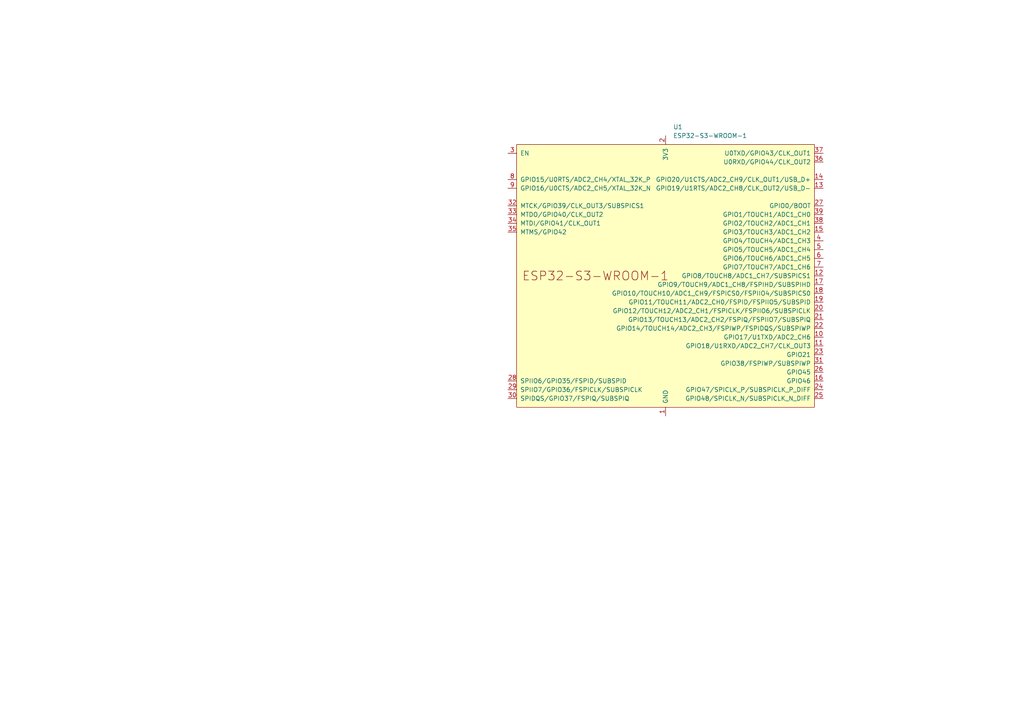
<source format=kicad_sch>
(kicad_sch
	(version 20231120)
	(generator "eeschema")
	(generator_version "8.0")
	(uuid "1a802658-94e8-4dd0-b365-40d4a0631c60")
	(paper "A4")
	(lib_symbols
		(symbol "Espressif:ESP32-S3-WROOM-1"
			(pin_names
				(offset 1.016)
			)
			(exclude_from_sim no)
			(in_bom yes)
			(on_board yes)
			(property "Reference" "U"
				(at -43.18 43.18 0)
				(effects
					(font
						(size 1.27 1.27)
					)
					(justify left)
				)
			)
			(property "Value" "ESP32-S3-WROOM-1"
				(at -43.18 40.64 0)
				(effects
					(font
						(size 1.27 1.27)
					)
					(justify left)
				)
			)
			(property "Footprint" "PCM_Espressif:ESP32-S3-WROOM-1"
				(at 2.54 -48.26 0)
				(effects
					(font
						(size 1.27 1.27)
					)
					(hide yes)
				)
			)
			(property "Datasheet" "https://www.espressif.com/sites/default/files/documentation/esp32-s3-wroom-1_wroom-1u_datasheet_en.pdf"
				(at 2.54 -50.8 0)
				(effects
					(font
						(size 1.27 1.27)
					)
					(hide yes)
				)
			)
			(property "Description" "2.4 GHz WiFi (802.11 b/g/n) and Bluetooth ® 5 (LE) module Built around ESP32S3 series of SoCs, Xtensa ® dualcore 32bit LX7 microprocessor Flash up to 16 MB, PSRAM up to 8 MB 36 GPIOs, rich set of peripherals Onboard PCB antenna"
				(at 0 0 0)
				(effects
					(font
						(size 1.27 1.27)
					)
					(hide yes)
				)
			)
			(symbol "ESP32-S3-WROOM-1_0_0"
				(text "ESP32-S3-WROOM-1"
					(at -20.32 0 0)
					(effects
						(font
							(size 2.54 2.54)
						)
					)
				)
				(pin power_in line
					(at 0 -40.64 90)
					(length 2.54)
					(name "GND"
						(effects
							(font
								(size 1.27 1.27)
							)
						)
					)
					(number "1"
						(effects
							(font
								(size 1.27 1.27)
							)
						)
					)
				)
				(pin bidirectional line
					(at 45.72 -17.78 180)
					(length 2.54)
					(name "GPIO17/U1TXD/ADC2_CH6"
						(effects
							(font
								(size 1.27 1.27)
							)
						)
					)
					(number "10"
						(effects
							(font
								(size 1.27 1.27)
							)
						)
					)
				)
				(pin bidirectional line
					(at 45.72 -20.32 180)
					(length 2.54)
					(name "GPIO18/U1RXD/ADC2_CH7/CLK_OUT3"
						(effects
							(font
								(size 1.27 1.27)
							)
						)
					)
					(number "11"
						(effects
							(font
								(size 1.27 1.27)
							)
						)
					)
				)
				(pin bidirectional line
					(at 45.72 0 180)
					(length 2.54)
					(name "GPIO8/TOUCH8/ADC1_CH7/SUBSPICS1"
						(effects
							(font
								(size 1.27 1.27)
							)
						)
					)
					(number "12"
						(effects
							(font
								(size 1.27 1.27)
							)
						)
					)
				)
				(pin bidirectional line
					(at 45.72 25.4 180)
					(length 2.54)
					(name "GPIO19/U1RTS/ADC2_CH8/CLK_OUT2/USB_D-"
						(effects
							(font
								(size 1.27 1.27)
							)
						)
					)
					(number "13"
						(effects
							(font
								(size 1.27 1.27)
							)
						)
					)
				)
				(pin bidirectional line
					(at 45.72 27.94 180)
					(length 2.54)
					(name "GPIO20/U1CTS/ADC2_CH9/CLK_OUT1/USB_D+"
						(effects
							(font
								(size 1.27 1.27)
							)
						)
					)
					(number "14"
						(effects
							(font
								(size 1.27 1.27)
							)
						)
					)
				)
				(pin bidirectional line
					(at 45.72 12.7 180)
					(length 2.54)
					(name "GPIO3/TOUCH3/ADC1_CH2"
						(effects
							(font
								(size 1.27 1.27)
							)
						)
					)
					(number "15"
						(effects
							(font
								(size 1.27 1.27)
							)
						)
					)
				)
				(pin bidirectional line
					(at 45.72 -30.48 180)
					(length 2.54)
					(name "GPIO46"
						(effects
							(font
								(size 1.27 1.27)
							)
						)
					)
					(number "16"
						(effects
							(font
								(size 1.27 1.27)
							)
						)
					)
				)
				(pin bidirectional line
					(at 45.72 -2.54 180)
					(length 2.54)
					(name "GPIO9/TOUCH9/ADC1_CH8/FSPIHD/SUBSPIHD"
						(effects
							(font
								(size 1.27 1.27)
							)
						)
					)
					(number "17"
						(effects
							(font
								(size 1.27 1.27)
							)
						)
					)
				)
				(pin bidirectional line
					(at 45.72 -5.08 180)
					(length 2.54)
					(name "GPIO10/TOUCH10/ADC1_CH9/FSPICS0/FSPIIO4/SUBSPICS0"
						(effects
							(font
								(size 1.27 1.27)
							)
						)
					)
					(number "18"
						(effects
							(font
								(size 1.27 1.27)
							)
						)
					)
				)
				(pin bidirectional line
					(at 45.72 -7.62 180)
					(length 2.54)
					(name "GPIO11/TOUCH11/ADC2_CH0/FSPID/FSPIIO5/SUBSPID"
						(effects
							(font
								(size 1.27 1.27)
							)
						)
					)
					(number "19"
						(effects
							(font
								(size 1.27 1.27)
							)
						)
					)
				)
				(pin power_in line
					(at 0 40.64 270)
					(length 2.54)
					(name "3V3"
						(effects
							(font
								(size 1.27 1.27)
							)
						)
					)
					(number "2"
						(effects
							(font
								(size 1.27 1.27)
							)
						)
					)
				)
				(pin bidirectional line
					(at 45.72 -10.16 180)
					(length 2.54)
					(name "GPIO12/TOUCH12/ADC2_CH1/FSPICLK/FSPIIO6/SUBSPICLK"
						(effects
							(font
								(size 1.27 1.27)
							)
						)
					)
					(number "20"
						(effects
							(font
								(size 1.27 1.27)
							)
						)
					)
				)
				(pin bidirectional line
					(at 45.72 -12.7 180)
					(length 2.54)
					(name "GPIO13/TOUCH13/ADC2_CH2/FSPIQ/FSPIIO7/SUBSPIQ"
						(effects
							(font
								(size 1.27 1.27)
							)
						)
					)
					(number "21"
						(effects
							(font
								(size 1.27 1.27)
							)
						)
					)
				)
				(pin bidirectional line
					(at 45.72 -15.24 180)
					(length 2.54)
					(name "GPIO14/TOUCH14/ADC2_CH3/FSPIWP/FSPIDQS/SUBSPIWP"
						(effects
							(font
								(size 1.27 1.27)
							)
						)
					)
					(number "22"
						(effects
							(font
								(size 1.27 1.27)
							)
						)
					)
				)
				(pin bidirectional line
					(at 45.72 -22.86 180)
					(length 2.54)
					(name "GPIO21"
						(effects
							(font
								(size 1.27 1.27)
							)
						)
					)
					(number "23"
						(effects
							(font
								(size 1.27 1.27)
							)
						)
					)
				)
				(pin bidirectional line
					(at 45.72 -33.02 180)
					(length 2.54)
					(name "GPIO47/SPICLK_P/SUBSPICLK_P_DIFF"
						(effects
							(font
								(size 1.27 1.27)
							)
						)
					)
					(number "24"
						(effects
							(font
								(size 1.27 1.27)
							)
						)
					)
				)
				(pin bidirectional line
					(at 45.72 -35.56 180)
					(length 2.54)
					(name "GPIO48/SPICLK_N/SUBSPICLK_N_DIFF"
						(effects
							(font
								(size 1.27 1.27)
							)
						)
					)
					(number "25"
						(effects
							(font
								(size 1.27 1.27)
							)
						)
					)
				)
				(pin bidirectional line
					(at 45.72 -27.94 180)
					(length 2.54)
					(name "GPIO45"
						(effects
							(font
								(size 1.27 1.27)
							)
						)
					)
					(number "26"
						(effects
							(font
								(size 1.27 1.27)
							)
						)
					)
				)
				(pin bidirectional line
					(at 45.72 20.32 180)
					(length 2.54)
					(name "GPIO0/BOOT"
						(effects
							(font
								(size 1.27 1.27)
							)
						)
					)
					(number "27"
						(effects
							(font
								(size 1.27 1.27)
							)
						)
					)
				)
				(pin bidirectional line
					(at -45.72 -30.48 0)
					(length 2.54)
					(name "SPIIO6/GPIO35/FSPID/SUBSPID"
						(effects
							(font
								(size 1.27 1.27)
							)
						)
					)
					(number "28"
						(effects
							(font
								(size 1.27 1.27)
							)
						)
					)
				)
				(pin bidirectional line
					(at -45.72 -33.02 0)
					(length 2.54)
					(name "SPIIO7/GPIO36/FSPICLK/SUBSPICLK"
						(effects
							(font
								(size 1.27 1.27)
							)
						)
					)
					(number "29"
						(effects
							(font
								(size 1.27 1.27)
							)
						)
					)
				)
				(pin input line
					(at -45.72 35.56 0)
					(length 2.54)
					(name "EN"
						(effects
							(font
								(size 1.27 1.27)
							)
						)
					)
					(number "3"
						(effects
							(font
								(size 1.27 1.27)
							)
						)
					)
				)
				(pin bidirectional line
					(at -45.72 -35.56 0)
					(length 2.54)
					(name "SPIDQS/GPIO37/FSPIQ/SUBSPIQ"
						(effects
							(font
								(size 1.27 1.27)
							)
						)
					)
					(number "30"
						(effects
							(font
								(size 1.27 1.27)
							)
						)
					)
				)
				(pin bidirectional line
					(at 45.72 -25.4 180)
					(length 2.54)
					(name "GPIO38/FSPIWP/SUBSPIWP"
						(effects
							(font
								(size 1.27 1.27)
							)
						)
					)
					(number "31"
						(effects
							(font
								(size 1.27 1.27)
							)
						)
					)
				)
				(pin bidirectional line
					(at -45.72 20.32 0)
					(length 2.54)
					(name "MTCK/GPIO39/CLK_OUT3/SUBSPICS1"
						(effects
							(font
								(size 1.27 1.27)
							)
						)
					)
					(number "32"
						(effects
							(font
								(size 1.27 1.27)
							)
						)
					)
				)
				(pin bidirectional line
					(at -45.72 17.78 0)
					(length 2.54)
					(name "MTDO/GPIO40/CLK_OUT2"
						(effects
							(font
								(size 1.27 1.27)
							)
						)
					)
					(number "33"
						(effects
							(font
								(size 1.27 1.27)
							)
						)
					)
				)
				(pin bidirectional line
					(at -45.72 15.24 0)
					(length 2.54)
					(name "MTDI/GPIO41/CLK_OUT1"
						(effects
							(font
								(size 1.27 1.27)
							)
						)
					)
					(number "34"
						(effects
							(font
								(size 1.27 1.27)
							)
						)
					)
				)
				(pin bidirectional line
					(at -45.72 12.7 0)
					(length 2.54)
					(name "MTMS/GPIO42"
						(effects
							(font
								(size 1.27 1.27)
							)
						)
					)
					(number "35"
						(effects
							(font
								(size 1.27 1.27)
							)
						)
					)
				)
				(pin bidirectional line
					(at 45.72 33.02 180)
					(length 2.54)
					(name "U0RXD/GPIO44/CLK_OUT2"
						(effects
							(font
								(size 1.27 1.27)
							)
						)
					)
					(number "36"
						(effects
							(font
								(size 1.27 1.27)
							)
						)
					)
				)
				(pin bidirectional line
					(at 45.72 35.56 180)
					(length 2.54)
					(name "U0TXD/GPIO43/CLK_OUT1"
						(effects
							(font
								(size 1.27 1.27)
							)
						)
					)
					(number "37"
						(effects
							(font
								(size 1.27 1.27)
							)
						)
					)
				)
				(pin bidirectional line
					(at 45.72 15.24 180)
					(length 2.54)
					(name "GPIO2/TOUCH2/ADC1_CH1"
						(effects
							(font
								(size 1.27 1.27)
							)
						)
					)
					(number "38"
						(effects
							(font
								(size 1.27 1.27)
							)
						)
					)
				)
				(pin bidirectional line
					(at 45.72 17.78 180)
					(length 2.54)
					(name "GPIO1/TOUCH1/ADC1_CH0"
						(effects
							(font
								(size 1.27 1.27)
							)
						)
					)
					(number "39"
						(effects
							(font
								(size 1.27 1.27)
							)
						)
					)
				)
				(pin bidirectional line
					(at 45.72 10.16 180)
					(length 2.54)
					(name "GPIO4/TOUCH4/ADC1_CH3"
						(effects
							(font
								(size 1.27 1.27)
							)
						)
					)
					(number "4"
						(effects
							(font
								(size 1.27 1.27)
							)
						)
					)
				)
				(pin passive line
					(at 0 -40.64 90)
					(length 2.54) hide
					(name "GND"
						(effects
							(font
								(size 1.27 1.27)
							)
						)
					)
					(number "40"
						(effects
							(font
								(size 1.27 1.27)
							)
						)
					)
				)
				(pin passive line
					(at 0 -40.64 90)
					(length 2.54) hide
					(name "GND"
						(effects
							(font
								(size 1.27 1.27)
							)
						)
					)
					(number "41"
						(effects
							(font
								(size 1.27 1.27)
							)
						)
					)
				)
				(pin bidirectional line
					(at 45.72 7.62 180)
					(length 2.54)
					(name "GPIO5/TOUCH5/ADC1_CH4"
						(effects
							(font
								(size 1.27 1.27)
							)
						)
					)
					(number "5"
						(effects
							(font
								(size 1.27 1.27)
							)
						)
					)
				)
				(pin bidirectional line
					(at 45.72 5.08 180)
					(length 2.54)
					(name "GPIO6/TOUCH6/ADC1_CH5"
						(effects
							(font
								(size 1.27 1.27)
							)
						)
					)
					(number "6"
						(effects
							(font
								(size 1.27 1.27)
							)
						)
					)
				)
				(pin bidirectional line
					(at 45.72 2.54 180)
					(length 2.54)
					(name "GPIO7/TOUCH7/ADC1_CH6"
						(effects
							(font
								(size 1.27 1.27)
							)
						)
					)
					(number "7"
						(effects
							(font
								(size 1.27 1.27)
							)
						)
					)
				)
				(pin bidirectional line
					(at -45.72 27.94 0)
					(length 2.54)
					(name "GPIO15/U0RTS/ADC2_CH4/XTAL_32K_P"
						(effects
							(font
								(size 1.27 1.27)
							)
						)
					)
					(number "8"
						(effects
							(font
								(size 1.27 1.27)
							)
						)
					)
				)
				(pin bidirectional line
					(at -45.72 25.4 0)
					(length 2.54)
					(name "GPIO16/U0CTS/ADC2_CH5/XTAL_32K_N"
						(effects
							(font
								(size 1.27 1.27)
							)
						)
					)
					(number "9"
						(effects
							(font
								(size 1.27 1.27)
							)
						)
					)
				)
			)
			(symbol "ESP32-S3-WROOM-1_0_1"
				(rectangle
					(start -43.18 38.1)
					(end 43.18 -38.1)
					(stroke
						(width 0)
						(type default)
					)
					(fill
						(type background)
					)
				)
			)
		)
	)
	(symbol
		(lib_id "Espressif:ESP32-S3-WROOM-1")
		(at 193.04 80.01 0)
		(unit 1)
		(exclude_from_sim no)
		(in_bom yes)
		(on_board yes)
		(dnp no)
		(fields_autoplaced yes)
		(uuid "2614ff1a-b1c9-452f-98f1-e751fa163b34")
		(property "Reference" "U1"
			(at 195.2341 36.83 0)
			(effects
				(font
					(size 1.27 1.27)
				)
				(justify left)
			)
		)
		(property "Value" "ESP32-S3-WROOM-1"
			(at 195.2341 39.37 0)
			(effects
				(font
					(size 1.27 1.27)
				)
				(justify left)
			)
		)
		(property "Footprint" "PCM_Espressif:ESP32-S3-WROOM-1"
			(at 195.58 128.27 0)
			(effects
				(font
					(size 1.27 1.27)
				)
				(hide yes)
			)
		)
		(property "Datasheet" "https://www.espressif.com/sites/default/files/documentation/esp32-s3-wroom-1_wroom-1u_datasheet_en.pdf"
			(at 195.58 130.81 0)
			(effects
				(font
					(size 1.27 1.27)
				)
				(hide yes)
			)
		)
		(property "Description" "2.4 GHz WiFi (802.11 b/g/n) and Bluetooth ® 5 (LE) module Built around ESP32S3 series of SoCs, Xtensa ® dualcore 32bit LX7 microprocessor Flash up to 16 MB, PSRAM up to 8 MB 36 GPIOs, rich set of peripherals Onboard PCB antenna"
			(at 193.04 80.01 0)
			(effects
				(font
					(size 1.27 1.27)
				)
				(hide yes)
			)
		)
		(pin "13"
			(uuid "4c0f3a9c-c7c0-429a-bdae-1fd71c8cd994")
		)
		(pin "15"
			(uuid "c8b18fb5-cd8d-4560-aafe-e7e7e0dc5f47")
		)
		(pin "17"
			(uuid "7b717728-b77b-42cb-bf98-450db477c2c0")
		)
		(pin "2"
			(uuid "d5853925-8af8-45c1-92f2-07cb61d46eed")
		)
		(pin "22"
			(uuid "ff006c43-b2f7-4163-9815-a4f3d5dd6119")
		)
		(pin "24"
			(uuid "ca50b07d-280d-45bf-8d91-2792db2f0541")
		)
		(pin "21"
			(uuid "45373ba7-9a07-49b3-8e98-3377841d02fd")
		)
		(pin "25"
			(uuid "2d2e7e09-d1c2-4a25-99d6-cdaeb1d7704e")
		)
		(pin "27"
			(uuid "1f43af0e-0b9f-418b-ad9b-c6cab98dbb85")
		)
		(pin "26"
			(uuid "d53f9d68-7c84-4eb8-b665-848e209ab56e")
		)
		(pin "10"
			(uuid "0fa952fc-b798-43b5-8475-699d6dbb578a")
		)
		(pin "1"
			(uuid "2f7aea07-7626-4fcb-acae-d73866df635e")
		)
		(pin "11"
			(uuid "766f794f-9d6a-4cc9-a183-94a9e677b0e9")
		)
		(pin "12"
			(uuid "0c602e4b-ff76-4e60-9a23-7b77d1630fab")
		)
		(pin "14"
			(uuid "51cf2bb1-059a-4350-a515-30a0e155b3a4")
		)
		(pin "16"
			(uuid "160abc28-fa21-452d-b1dc-9686f15c6112")
		)
		(pin "18"
			(uuid "f3b8e6cd-ebca-4e77-b642-136be9e218e7")
		)
		(pin "19"
			(uuid "731395dd-323a-422c-8c76-093c969a81aa")
		)
		(pin "20"
			(uuid "b7a40d08-8a4a-4561-9ecb-6a697977c8f3")
		)
		(pin "23"
			(uuid "da22ecfa-d76a-47d4-8e9e-b15ed6ae1538")
		)
		(pin "8"
			(uuid "82f47414-bf13-49b5-9a09-4c803f26b104")
		)
		(pin "38"
			(uuid "0e0efde8-65c3-4a99-b169-5c1d9f2b44f5")
		)
		(pin "28"
			(uuid "6a41eac0-10a5-4239-9b93-2c2353eb62fd")
		)
		(pin "5"
			(uuid "64bec415-bf15-4f50-a9b1-069af9319a27")
		)
		(pin "40"
			(uuid "c606c8bb-4b95-4c57-9c44-2f245e7f5180")
		)
		(pin "41"
			(uuid "e45a7683-cbdd-4b47-ba9d-0678ed2ef3dd")
		)
		(pin "39"
			(uuid "e155c469-9c30-442e-ba3d-ce07e5153fb5")
		)
		(pin "4"
			(uuid "58cc3aa6-40b5-4b5a-98f3-bab74032c389")
		)
		(pin "37"
			(uuid "a253e155-e857-40f3-80f9-b6fc453cb259")
		)
		(pin "6"
			(uuid "1e5a0d29-8936-4144-93bd-107602fea54c")
		)
		(pin "31"
			(uuid "8036587d-6cdf-42a7-9104-2a2a4c153485")
		)
		(pin "36"
			(uuid "a1d36ec5-fb26-4511-b494-090d1c667fd8")
		)
		(pin "29"
			(uuid "fb208462-05df-42b7-874c-d324361853ad")
		)
		(pin "32"
			(uuid "0b1004c7-46e6-486c-b24e-9077bc70e125")
		)
		(pin "9"
			(uuid "bdb9c101-1e9d-46e1-950e-de5634bad7c7")
		)
		(pin "33"
			(uuid "8b561063-0196-4553-89f2-baa9547228b6")
		)
		(pin "3"
			(uuid "736f612b-12f5-4023-b369-1b4b8ba2afe2")
		)
		(pin "30"
			(uuid "89362075-2154-4c21-8378-b5343163d289")
		)
		(pin "35"
			(uuid "670f841d-29ff-403d-bb16-4cc8169b99c0")
		)
		(pin "7"
			(uuid "f4ad7317-ac72-4c47-a2fe-061e5eabcdb0")
		)
		(pin "34"
			(uuid "3ec64dca-165b-42af-a83d-677520836998")
		)
		(instances
			(project ""
				(path "/1a802658-94e8-4dd0-b365-40d4a0631c60"
					(reference "U1")
					(unit 1)
				)
			)
		)
	)
	(sheet_instances
		(path "/"
			(page "1")
		)
	)
)

</source>
